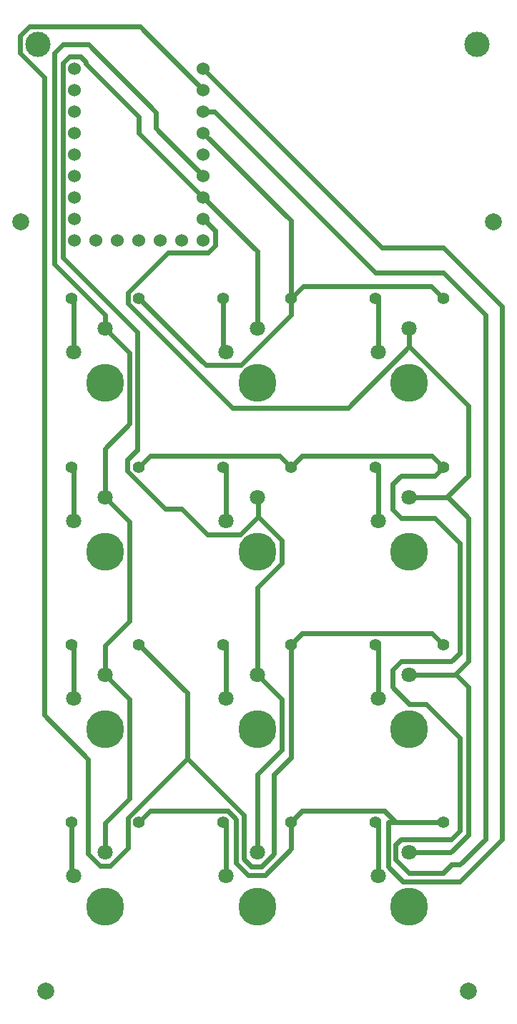
<source format=gbl>
G04 Layer: BottomLayer*
G04 EasyEDA v6.5.51, 2025-09-01 10:00:17*
G04 d25c321112d94009bea4b7554ae9d0e3,3c8b1c4139ec4bbbaae9228842dbec63,10*
G04 Gerber Generator version 0.2*
G04 Scale: 100 percent, Rotated: No, Reflected: No *
G04 Dimensions in millimeters *
G04 leading zeros omitted , absolute positions ,4 integer and 5 decimal *
%FSLAX45Y45*%
%MOMM*%

%ADD10C,0.6000*%
%ADD11C,1.5240*%
%ADD12C,1.4000*%
%ADD13C,1.8000*%
%ADD14C,4.5000*%
%ADD15C,3.0000*%
%ADD16C,2.0000*%
%ADD17C,0.0195*%

%LPD*%
D10*
X4399790Y-5400039D02*
G01*
X4429991Y-5430240D01*
X4429991Y-6040094D01*
X2599794Y-5400039D02*
G01*
X2629893Y-5430138D01*
X2629893Y-6040094D01*
X799797Y-5400039D02*
G01*
X829795Y-5430037D01*
X829795Y-6040094D01*
X4399892Y-7500010D02*
G01*
X4429991Y-7530109D01*
X4429991Y-8139912D01*
X2599895Y-7500010D02*
G01*
X2629893Y-7530007D01*
X2629893Y-8139912D01*
X799899Y-7500010D02*
G01*
X829795Y-7529906D01*
X829795Y-8139912D01*
X4399892Y-9600006D02*
G01*
X4429991Y-9630105D01*
X4429991Y-10239984D01*
X2599895Y-9600006D02*
G01*
X2629893Y-9630003D01*
X2629893Y-10239984D01*
X799899Y-9600006D02*
G01*
X799899Y-10210088D01*
X829795Y-10239984D01*
X4399993Y-3399993D02*
G01*
X4429991Y-3429990D01*
X4429991Y-4039996D01*
X2629893Y-4040022D02*
G01*
X2599997Y-4010126D01*
X2599997Y-3399993D01*
X829998Y-4039996D02*
G01*
X829998Y-3429990D01*
X800000Y-3399993D01*
X3009496Y-5985205D02*
G01*
X2798930Y-6195771D01*
X2409243Y-6195771D01*
X2106907Y-5893435D01*
X1907364Y-5893435D01*
X1462001Y-5448071D01*
X1462001Y-5311114D01*
X1578485Y-5194630D01*
X1578485Y-3804361D01*
X695784Y-2921660D01*
X695784Y-617067D01*
X775058Y-537794D01*
X906833Y-537794D01*
X974371Y-605332D01*
X974371Y-627862D01*
X1599999Y-1253489D01*
X1599999Y-1445996D01*
X2361999Y-2207996D01*
X2999894Y-5760085D02*
G01*
X3009496Y-5769686D01*
X3009496Y-5985205D01*
X2999894Y-7859903D02*
G01*
X2999894Y-6821703D01*
X3286762Y-6534835D01*
X3286762Y-6262496D01*
X3009496Y-5985205D01*
X2999894Y-3760012D02*
G01*
X2999894Y-2845892D01*
X2361999Y-2207996D01*
X2999894Y-9959975D02*
G01*
X2999894Y-9032544D01*
X3286864Y-8745575D01*
X3286864Y-8146872D01*
X2999894Y-7859903D01*
X4799992Y-3974592D02*
G01*
X4078810Y-4695774D01*
X2701724Y-4695774D01*
X1467360Y-3461410D01*
X1467360Y-3334969D01*
X1940638Y-2861690D01*
X2414120Y-2861690D01*
X2499083Y-2776728D01*
X2499083Y-2599080D01*
X2361999Y-2461996D01*
X4799992Y-3759987D02*
G01*
X4799992Y-3974592D01*
X4799992Y-7859903D02*
G01*
X5028745Y-7859903D01*
X4799992Y-5760085D02*
G01*
X5028669Y-5760085D01*
X1599796Y-5400039D02*
G01*
X1731520Y-5268315D01*
X3268068Y-5268315D01*
X3399792Y-5400039D01*
X5199788Y-5400039D02*
G01*
X5068928Y-5269179D01*
X3530653Y-5269179D01*
X3399792Y-5400039D01*
X2169822Y-8843746D02*
G01*
X2169822Y-8069935D01*
X1599897Y-7500010D01*
X2361999Y-937996D02*
G01*
X1613588Y-189585D01*
X299036Y-189585D01*
X188673Y-299948D01*
X188673Y-496138D01*
X478360Y-785825D01*
X478360Y-8333359D01*
X998628Y-8853627D01*
X998628Y-9975189D01*
X1136957Y-10113518D01*
X1260883Y-10113518D01*
X1465861Y-9908539D01*
X1465861Y-9547707D01*
X2169822Y-8843746D01*
X2169822Y-8843746D02*
G01*
X2839544Y-9513468D01*
X2839544Y-10032542D01*
X2929155Y-10122154D01*
X3054149Y-10122154D01*
X3201088Y-9975214D01*
X3201088Y-9037574D01*
X3399894Y-8838768D01*
X3399894Y-7500010D01*
X3399894Y-7500010D02*
G01*
X3530704Y-7369200D01*
X5069080Y-7369200D01*
X5199890Y-7500010D01*
X1199796Y-5760085D02*
G01*
X1199796Y-5177256D01*
X1488315Y-4888737D01*
X1488315Y-4048302D01*
X1200000Y-3759987D01*
X1199796Y-9959975D02*
G01*
X1199796Y-9608362D01*
X1487299Y-9320860D01*
X1487299Y-8147405D01*
X1199796Y-7859903D01*
X1199796Y-7859903D02*
G01*
X1199796Y-7508595D01*
X1487197Y-7221194D01*
X1487197Y-6047486D01*
X1199796Y-5760085D01*
X3399995Y-3399993D02*
G01*
X3399995Y-3594633D01*
X2804035Y-4190593D01*
X2390599Y-4190593D01*
X1599999Y-3399993D01*
X2361999Y-1445996D02*
G01*
X3399995Y-2483993D01*
X3399995Y-3399993D01*
X3399995Y-3399993D02*
G01*
X3541041Y-3258946D01*
X5058945Y-3258946D01*
X5199992Y-3399993D01*
X3399894Y-9600006D02*
G01*
X3530704Y-9469196D01*
X4509543Y-9469196D01*
X4640353Y-9600006D01*
X5199890Y-9600006D02*
G01*
X4640353Y-9600006D01*
X3399894Y-9600006D02*
G01*
X3399894Y-9916795D01*
X3092198Y-10224490D01*
X2893113Y-10224490D01*
X2749374Y-10080752D01*
X2749374Y-9564166D01*
X2651356Y-9466148D01*
X1733755Y-9466148D01*
X1599897Y-9600006D01*
X4800091Y-9960102D02*
G01*
X5290058Y-9960102D01*
X5500115Y-9750044D01*
X5500115Y-7999984D01*
X5359908Y-7860029D01*
X5028691Y-7860029D01*
X5028691Y-7860029D02*
G01*
X5340095Y-7860029D01*
X5500115Y-7700010D01*
X5500115Y-5999987D01*
X5260086Y-5759957D01*
X5028691Y-5759957D01*
X5028691Y-5759957D02*
G01*
X5239765Y-5759957D01*
X5500115Y-5499862D01*
X5500115Y-4674615D01*
X4800091Y-3974592D01*
X2362001Y-1954009D02*
G01*
X1799996Y-1392003D01*
X1799996Y-1199997D01*
X999997Y-399999D01*
X699998Y-399999D01*
X599998Y-499998D01*
X599998Y-2999994D01*
X1199997Y-3599992D01*
X1199997Y-3759987D01*
X2361945Y-1192021D02*
G01*
X2491993Y-1192021D01*
X4400041Y-3100070D01*
X5199888Y-3100070D01*
X5700013Y-3599942D01*
X5700013Y-9800081D01*
X5400040Y-10100055D01*
X5299963Y-10100055D01*
X5199888Y-10199878D01*
X4800091Y-10199878D01*
X4640072Y-10040112D01*
X4640072Y-9860026D01*
X4700015Y-9800081D01*
X5299963Y-9800081D01*
X5400040Y-9700005D01*
X5400040Y-8599931D01*
X4999990Y-8199881D01*
X4800091Y-8199881D01*
X4599940Y-7999984D01*
X4599940Y-7800086D01*
X4700015Y-7700010D01*
X5299963Y-7700010D01*
X5400040Y-7599934D01*
X5400040Y-6299962D01*
X5100065Y-5999987D01*
X4700015Y-5999987D01*
X4599940Y-5899912D01*
X4599940Y-5599937D01*
X4700015Y-5499862D01*
X5099811Y-5499862D01*
X5199888Y-5400039D01*
X4640325Y-9599929D02*
G01*
X4549902Y-9599929D01*
X4549902Y-10124947D01*
X4724908Y-10299954D01*
X5400040Y-10299954D01*
X5899911Y-9800081D01*
X5899911Y-3499865D01*
X5199888Y-2800095D01*
X4478020Y-2800095D01*
X2361945Y-684021D01*
D11*
G01*
X837996Y-684021D03*
G01*
X837996Y-938021D03*
G01*
X837996Y-1192021D03*
G01*
X837996Y-1446021D03*
G01*
X837996Y-1700021D03*
G01*
X837996Y-1954021D03*
G01*
X837996Y-2208021D03*
G01*
X837996Y-2462021D03*
G01*
X837996Y-2716021D03*
G01*
X1091996Y-2716021D03*
G01*
X2361996Y-938021D03*
G01*
X2107996Y-2716021D03*
G01*
X2361996Y-2716021D03*
G01*
X2361996Y-2462021D03*
G01*
X2361996Y-2208021D03*
G01*
X2361996Y-1954021D03*
G01*
X2361996Y-1700021D03*
G01*
X2361996Y-1446021D03*
G01*
X2361996Y-1192021D03*
G01*
X2361996Y-684021D03*
G01*
X1345996Y-2716021D03*
G01*
X1853996Y-2716021D03*
G01*
X1599996Y-2716021D03*
D12*
G01*
X1599996Y-3399993D03*
G01*
X799998Y-3399993D03*
G01*
X3399993Y-3399993D03*
G01*
X2599994Y-3399993D03*
D13*
G01*
X1199997Y-3759987D03*
G01*
X829995Y-4039996D03*
D14*
G01*
X1199997Y-4399991D03*
D13*
G01*
X4799990Y-3759987D03*
G01*
X4429988Y-4039996D03*
D14*
G01*
X4799990Y-4399991D03*
D12*
G01*
X5199989Y-3399993D03*
G01*
X4399991Y-3399993D03*
D13*
G01*
X2999892Y-3760012D03*
G01*
X2629890Y-4040022D03*
D14*
G01*
X2999892Y-4400016D03*
D13*
G01*
X1199794Y-9959975D03*
G01*
X829792Y-10239984D03*
D14*
G01*
X1199794Y-10599978D03*
D13*
G01*
X2999892Y-9959975D03*
G01*
X2629890Y-10239984D03*
D14*
G01*
X2999892Y-10599978D03*
D13*
G01*
X4799990Y-9959975D03*
G01*
X4429988Y-10239984D03*
D14*
G01*
X4799990Y-10599978D03*
D13*
G01*
X1199794Y-7859903D03*
G01*
X829792Y-8139912D03*
D14*
G01*
X1199794Y-8499906D03*
D13*
G01*
X2999892Y-7859903D03*
G01*
X2629890Y-8139912D03*
D14*
G01*
X2999892Y-8499906D03*
D13*
G01*
X4799990Y-7859903D03*
G01*
X4429988Y-8139912D03*
D14*
G01*
X4799990Y-8499906D03*
D13*
G01*
X1199794Y-5760085D03*
G01*
X829792Y-6040094D03*
D14*
G01*
X1199794Y-6400088D03*
D13*
G01*
X2999892Y-5760085D03*
G01*
X2629890Y-6040094D03*
D14*
G01*
X2999892Y-6400088D03*
D13*
G01*
X4799990Y-5760085D03*
G01*
X4429988Y-6040094D03*
D14*
G01*
X4799990Y-6400088D03*
D12*
G01*
X1599895Y-9600006D03*
G01*
X799896Y-9600006D03*
G01*
X3399891Y-9600006D03*
G01*
X2599893Y-9600006D03*
G01*
X5199888Y-9600006D03*
G01*
X4399889Y-9600006D03*
G01*
X1599895Y-7500010D03*
G01*
X799896Y-7500010D03*
G01*
X3399891Y-7500010D03*
G01*
X2599893Y-7500010D03*
G01*
X5199888Y-7500010D03*
G01*
X4399889Y-7500010D03*
G01*
X1599793Y-5400039D03*
G01*
X799795Y-5400039D03*
G01*
X3399790Y-5400039D03*
G01*
X2599791Y-5400039D03*
G01*
X5199786Y-5400039D03*
G01*
X4399788Y-5400039D03*
D15*
G01*
X399999Y-399999D03*
G01*
X5599988Y-399999D03*
D16*
G01*
X5499887Y-11600002D03*
G01*
X499897Y-11600002D03*
G01*
X5799988Y-2499995D03*
G01*
X199999Y-2499995D03*
M02*

</source>
